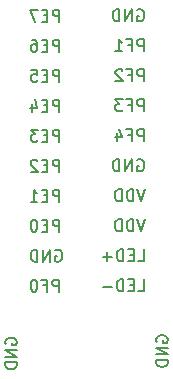
<source format=gbr>
%TF.GenerationSoftware,KiCad,Pcbnew,(5.1.7)-1*%
%TF.CreationDate,2021-02-13T22:19:47+01:00*%
%TF.ProjectId,breakout_longlcd,62726561-6b6f-4757-945f-6c6f6e676c63,rev?*%
%TF.SameCoordinates,Original*%
%TF.FileFunction,Legend,Bot*%
%TF.FilePolarity,Positive*%
%FSLAX46Y46*%
G04 Gerber Fmt 4.6, Leading zero omitted, Abs format (unit mm)*
G04 Created by KiCad (PCBNEW (5.1.7)-1) date 2021-02-13 22:19:47*
%MOMM*%
%LPD*%
G01*
G04 APERTURE LIST*
%ADD10C,0.150000*%
G04 APERTURE END LIST*
D10*
X145499842Y-83230980D02*
X145499842Y-82230980D01*
X145118890Y-82230980D01*
X145023652Y-82278600D01*
X144976033Y-82326219D01*
X144928414Y-82421457D01*
X144928414Y-82564314D01*
X144976033Y-82659552D01*
X145023652Y-82707171D01*
X145118890Y-82754790D01*
X145499842Y-82754790D01*
X144166509Y-82707171D02*
X144499842Y-82707171D01*
X144499842Y-83230980D02*
X144499842Y-82230980D01*
X144023652Y-82230980D01*
X143118890Y-83230980D02*
X143690318Y-83230980D01*
X143404604Y-83230980D02*
X143404604Y-82230980D01*
X143499842Y-82373838D01*
X143595080Y-82469076D01*
X143690318Y-82516695D01*
X144976033Y-79738600D02*
X145071271Y-79690980D01*
X145214128Y-79690980D01*
X145356985Y-79738600D01*
X145452223Y-79833838D01*
X145499842Y-79929076D01*
X145547461Y-80119552D01*
X145547461Y-80262409D01*
X145499842Y-80452885D01*
X145452223Y-80548123D01*
X145356985Y-80643361D01*
X145214128Y-80690980D01*
X145118890Y-80690980D01*
X144976033Y-80643361D01*
X144928414Y-80595742D01*
X144928414Y-80262409D01*
X145118890Y-80262409D01*
X144499842Y-80690980D02*
X144499842Y-79690980D01*
X143928414Y-80690980D01*
X143928414Y-79690980D01*
X143452223Y-80690980D02*
X143452223Y-79690980D01*
X143214128Y-79690980D01*
X143071271Y-79738600D01*
X142976033Y-79833838D01*
X142928414Y-79929076D01*
X142880795Y-80119552D01*
X142880795Y-80262409D01*
X142928414Y-80452885D01*
X142976033Y-80548123D01*
X143071271Y-80643361D01*
X143214128Y-80690980D01*
X143452223Y-80690980D01*
X145499842Y-88310980D02*
X145499842Y-87310980D01*
X145118890Y-87310980D01*
X145023652Y-87358600D01*
X144976033Y-87406219D01*
X144928414Y-87501457D01*
X144928414Y-87644314D01*
X144976033Y-87739552D01*
X145023652Y-87787171D01*
X145118890Y-87834790D01*
X145499842Y-87834790D01*
X144166509Y-87787171D02*
X144499842Y-87787171D01*
X144499842Y-88310980D02*
X144499842Y-87310980D01*
X144023652Y-87310980D01*
X143737937Y-87310980D02*
X143118890Y-87310980D01*
X143452223Y-87691933D01*
X143309366Y-87691933D01*
X143214128Y-87739552D01*
X143166509Y-87787171D01*
X143118890Y-87882409D01*
X143118890Y-88120504D01*
X143166509Y-88215742D01*
X143214128Y-88263361D01*
X143309366Y-88310980D01*
X143595080Y-88310980D01*
X143690318Y-88263361D01*
X143737937Y-88215742D01*
X145499842Y-85770980D02*
X145499842Y-84770980D01*
X145118890Y-84770980D01*
X145023652Y-84818600D01*
X144976033Y-84866219D01*
X144928414Y-84961457D01*
X144928414Y-85104314D01*
X144976033Y-85199552D01*
X145023652Y-85247171D01*
X145118890Y-85294790D01*
X145499842Y-85294790D01*
X144166509Y-85247171D02*
X144499842Y-85247171D01*
X144499842Y-85770980D02*
X144499842Y-84770980D01*
X144023652Y-84770980D01*
X143690318Y-84866219D02*
X143642699Y-84818600D01*
X143547461Y-84770980D01*
X143309366Y-84770980D01*
X143214128Y-84818600D01*
X143166509Y-84866219D01*
X143118890Y-84961457D01*
X143118890Y-85056695D01*
X143166509Y-85199552D01*
X143737937Y-85770980D01*
X143118890Y-85770980D01*
X146616800Y-107852785D02*
X146569180Y-107757547D01*
X146569180Y-107614690D01*
X146616800Y-107471833D01*
X146712038Y-107376595D01*
X146807276Y-107328976D01*
X146997752Y-107281357D01*
X147140609Y-107281357D01*
X147331085Y-107328976D01*
X147426323Y-107376595D01*
X147521561Y-107471833D01*
X147569180Y-107614690D01*
X147569180Y-107709928D01*
X147521561Y-107852785D01*
X147473942Y-107900404D01*
X147140609Y-107900404D01*
X147140609Y-107709928D01*
X147569180Y-108328976D02*
X146569180Y-108328976D01*
X147569180Y-108900404D01*
X146569180Y-108900404D01*
X147569180Y-109376595D02*
X146569180Y-109376595D01*
X146569180Y-109614690D01*
X146616800Y-109757547D01*
X146712038Y-109852785D01*
X146807276Y-109900404D01*
X146997752Y-109948023D01*
X147140609Y-109948023D01*
X147331085Y-109900404D01*
X147426323Y-109852785D01*
X147521561Y-109757547D01*
X147569180Y-109614690D01*
X147569180Y-109376595D01*
X145023652Y-103550980D02*
X145499842Y-103550980D01*
X145499842Y-102550980D01*
X144690318Y-103027171D02*
X144356985Y-103027171D01*
X144214128Y-103550980D02*
X144690318Y-103550980D01*
X144690318Y-102550980D01*
X144214128Y-102550980D01*
X143785557Y-103550980D02*
X143785557Y-102550980D01*
X143547461Y-102550980D01*
X143404604Y-102598600D01*
X143309366Y-102693838D01*
X143261747Y-102789076D01*
X143214128Y-102979552D01*
X143214128Y-103122409D01*
X143261747Y-103312885D01*
X143309366Y-103408123D01*
X143404604Y-103503361D01*
X143547461Y-103550980D01*
X143785557Y-103550980D01*
X142785557Y-103170028D02*
X142023652Y-103170028D01*
X145642699Y-97470980D02*
X145309366Y-98470980D01*
X144976033Y-97470980D01*
X144642699Y-98470980D02*
X144642699Y-97470980D01*
X144404604Y-97470980D01*
X144261747Y-97518600D01*
X144166509Y-97613838D01*
X144118890Y-97709076D01*
X144071271Y-97899552D01*
X144071271Y-98042409D01*
X144118890Y-98232885D01*
X144166509Y-98328123D01*
X144261747Y-98423361D01*
X144404604Y-98470980D01*
X144642699Y-98470980D01*
X143642699Y-98470980D02*
X143642699Y-97470980D01*
X143404604Y-97470980D01*
X143261747Y-97518600D01*
X143166509Y-97613838D01*
X143118890Y-97709076D01*
X143071271Y-97899552D01*
X143071271Y-98042409D01*
X143118890Y-98232885D01*
X143166509Y-98328123D01*
X143261747Y-98423361D01*
X143404604Y-98470980D01*
X143642699Y-98470980D01*
X145023652Y-101010980D02*
X145499842Y-101010980D01*
X145499842Y-100010980D01*
X144690318Y-100487171D02*
X144356985Y-100487171D01*
X144214128Y-101010980D02*
X144690318Y-101010980D01*
X144690318Y-100010980D01*
X144214128Y-100010980D01*
X143785557Y-101010980D02*
X143785557Y-100010980D01*
X143547461Y-100010980D01*
X143404604Y-100058600D01*
X143309366Y-100153838D01*
X143261747Y-100249076D01*
X143214128Y-100439552D01*
X143214128Y-100582409D01*
X143261747Y-100772885D01*
X143309366Y-100868123D01*
X143404604Y-100963361D01*
X143547461Y-101010980D01*
X143785557Y-101010980D01*
X142785557Y-100630028D02*
X142023652Y-100630028D01*
X142404604Y-101010980D02*
X142404604Y-100249076D01*
X145642699Y-94930980D02*
X145309366Y-95930980D01*
X144976033Y-94930980D01*
X144642699Y-95930980D02*
X144642699Y-94930980D01*
X144404604Y-94930980D01*
X144261747Y-94978600D01*
X144166509Y-95073838D01*
X144118890Y-95169076D01*
X144071271Y-95359552D01*
X144071271Y-95502409D01*
X144118890Y-95692885D01*
X144166509Y-95788123D01*
X144261747Y-95883361D01*
X144404604Y-95930980D01*
X144642699Y-95930980D01*
X143642699Y-95930980D02*
X143642699Y-94930980D01*
X143404604Y-94930980D01*
X143261747Y-94978600D01*
X143166509Y-95073838D01*
X143118890Y-95169076D01*
X143071271Y-95359552D01*
X143071271Y-95502409D01*
X143118890Y-95692885D01*
X143166509Y-95788123D01*
X143261747Y-95883361D01*
X143404604Y-95930980D01*
X143642699Y-95930980D01*
X144976033Y-92438600D02*
X145071271Y-92390980D01*
X145214128Y-92390980D01*
X145356985Y-92438600D01*
X145452223Y-92533838D01*
X145499842Y-92629076D01*
X145547461Y-92819552D01*
X145547461Y-92962409D01*
X145499842Y-93152885D01*
X145452223Y-93248123D01*
X145356985Y-93343361D01*
X145214128Y-93390980D01*
X145118890Y-93390980D01*
X144976033Y-93343361D01*
X144928414Y-93295742D01*
X144928414Y-92962409D01*
X145118890Y-92962409D01*
X144499842Y-93390980D02*
X144499842Y-92390980D01*
X143928414Y-93390980D01*
X143928414Y-92390980D01*
X143452223Y-93390980D02*
X143452223Y-92390980D01*
X143214128Y-92390980D01*
X143071271Y-92438600D01*
X142976033Y-92533838D01*
X142928414Y-92629076D01*
X142880795Y-92819552D01*
X142880795Y-92962409D01*
X142928414Y-93152885D01*
X142976033Y-93248123D01*
X143071271Y-93343361D01*
X143214128Y-93390980D01*
X143452223Y-93390980D01*
X145499842Y-90850980D02*
X145499842Y-89850980D01*
X145118890Y-89850980D01*
X145023652Y-89898600D01*
X144976033Y-89946219D01*
X144928414Y-90041457D01*
X144928414Y-90184314D01*
X144976033Y-90279552D01*
X145023652Y-90327171D01*
X145118890Y-90374790D01*
X145499842Y-90374790D01*
X144166509Y-90327171D02*
X144499842Y-90327171D01*
X144499842Y-90850980D02*
X144499842Y-89850980D01*
X144023652Y-89850980D01*
X143214128Y-90184314D02*
X143214128Y-90850980D01*
X143452223Y-89803361D02*
X143690318Y-90517647D01*
X143071271Y-90517647D01*
X133815200Y-108047404D02*
X133767580Y-107952166D01*
X133767580Y-107809309D01*
X133815200Y-107666452D01*
X133910438Y-107571214D01*
X134005676Y-107523595D01*
X134196152Y-107475976D01*
X134339009Y-107475976D01*
X134529485Y-107523595D01*
X134624723Y-107571214D01*
X134719961Y-107666452D01*
X134767580Y-107809309D01*
X134767580Y-107904547D01*
X134719961Y-108047404D01*
X134672342Y-108095023D01*
X134339009Y-108095023D01*
X134339009Y-107904547D01*
X134767580Y-108523595D02*
X133767580Y-108523595D01*
X134767580Y-109095023D01*
X133767580Y-109095023D01*
X134767580Y-109571214D02*
X133767580Y-109571214D01*
X133767580Y-109809309D01*
X133815200Y-109952166D01*
X133910438Y-110047404D01*
X134005676Y-110095023D01*
X134196152Y-110142642D01*
X134339009Y-110142642D01*
X134529485Y-110095023D01*
X134624723Y-110047404D01*
X134719961Y-109952166D01*
X134767580Y-109809309D01*
X134767580Y-109571214D01*
X138363861Y-93416380D02*
X138363861Y-92416380D01*
X137982909Y-92416380D01*
X137887671Y-92464000D01*
X137840052Y-92511619D01*
X137792433Y-92606857D01*
X137792433Y-92749714D01*
X137840052Y-92844952D01*
X137887671Y-92892571D01*
X137982909Y-92940190D01*
X138363861Y-92940190D01*
X137363861Y-92892571D02*
X137030528Y-92892571D01*
X136887671Y-93416380D02*
X137363861Y-93416380D01*
X137363861Y-92416380D01*
X136887671Y-92416380D01*
X136506718Y-92511619D02*
X136459099Y-92464000D01*
X136363861Y-92416380D01*
X136125766Y-92416380D01*
X136030528Y-92464000D01*
X135982909Y-92511619D01*
X135935290Y-92606857D01*
X135935290Y-92702095D01*
X135982909Y-92844952D01*
X136554337Y-93416380D01*
X135935290Y-93416380D01*
X138363861Y-88336380D02*
X138363861Y-87336380D01*
X137982909Y-87336380D01*
X137887671Y-87384000D01*
X137840052Y-87431619D01*
X137792433Y-87526857D01*
X137792433Y-87669714D01*
X137840052Y-87764952D01*
X137887671Y-87812571D01*
X137982909Y-87860190D01*
X138363861Y-87860190D01*
X137363861Y-87812571D02*
X137030528Y-87812571D01*
X136887671Y-88336380D02*
X137363861Y-88336380D01*
X137363861Y-87336380D01*
X136887671Y-87336380D01*
X136030528Y-87669714D02*
X136030528Y-88336380D01*
X136268623Y-87288761D02*
X136506718Y-88003047D01*
X135887671Y-88003047D01*
X138363861Y-83256380D02*
X138363861Y-82256380D01*
X137982909Y-82256380D01*
X137887671Y-82304000D01*
X137840052Y-82351619D01*
X137792433Y-82446857D01*
X137792433Y-82589714D01*
X137840052Y-82684952D01*
X137887671Y-82732571D01*
X137982909Y-82780190D01*
X138363861Y-82780190D01*
X137363861Y-82732571D02*
X137030528Y-82732571D01*
X136887671Y-83256380D02*
X137363861Y-83256380D01*
X137363861Y-82256380D01*
X136887671Y-82256380D01*
X136030528Y-82256380D02*
X136221004Y-82256380D01*
X136316242Y-82304000D01*
X136363861Y-82351619D01*
X136459099Y-82494476D01*
X136506718Y-82684952D01*
X136506718Y-83065904D01*
X136459099Y-83161142D01*
X136411480Y-83208761D01*
X136316242Y-83256380D01*
X136125766Y-83256380D01*
X136030528Y-83208761D01*
X135982909Y-83161142D01*
X135935290Y-83065904D01*
X135935290Y-82827809D01*
X135982909Y-82732571D01*
X136030528Y-82684952D01*
X136125766Y-82637333D01*
X136316242Y-82637333D01*
X136411480Y-82684952D01*
X136459099Y-82732571D01*
X136506718Y-82827809D01*
X138316242Y-103576380D02*
X138316242Y-102576380D01*
X137935290Y-102576380D01*
X137840052Y-102624000D01*
X137792433Y-102671619D01*
X137744814Y-102766857D01*
X137744814Y-102909714D01*
X137792433Y-103004952D01*
X137840052Y-103052571D01*
X137935290Y-103100190D01*
X138316242Y-103100190D01*
X136982909Y-103052571D02*
X137316242Y-103052571D01*
X137316242Y-103576380D02*
X137316242Y-102576380D01*
X136840052Y-102576380D01*
X136268623Y-102576380D02*
X136173385Y-102576380D01*
X136078147Y-102624000D01*
X136030528Y-102671619D01*
X135982909Y-102766857D01*
X135935290Y-102957333D01*
X135935290Y-103195428D01*
X135982909Y-103385904D01*
X136030528Y-103481142D01*
X136078147Y-103528761D01*
X136173385Y-103576380D01*
X136268623Y-103576380D01*
X136363861Y-103528761D01*
X136411480Y-103481142D01*
X136459099Y-103385904D01*
X136506718Y-103195428D01*
X136506718Y-102957333D01*
X136459099Y-102766857D01*
X136411480Y-102671619D01*
X136363861Y-102624000D01*
X136268623Y-102576380D01*
X138030528Y-100084000D02*
X138125766Y-100036380D01*
X138268623Y-100036380D01*
X138411480Y-100084000D01*
X138506718Y-100179238D01*
X138554337Y-100274476D01*
X138601956Y-100464952D01*
X138601956Y-100607809D01*
X138554337Y-100798285D01*
X138506718Y-100893523D01*
X138411480Y-100988761D01*
X138268623Y-101036380D01*
X138173385Y-101036380D01*
X138030528Y-100988761D01*
X137982909Y-100941142D01*
X137982909Y-100607809D01*
X138173385Y-100607809D01*
X137554337Y-101036380D02*
X137554337Y-100036380D01*
X136982909Y-101036380D01*
X136982909Y-100036380D01*
X136506718Y-101036380D02*
X136506718Y-100036380D01*
X136268623Y-100036380D01*
X136125766Y-100084000D01*
X136030528Y-100179238D01*
X135982909Y-100274476D01*
X135935290Y-100464952D01*
X135935290Y-100607809D01*
X135982909Y-100798285D01*
X136030528Y-100893523D01*
X136125766Y-100988761D01*
X136268623Y-101036380D01*
X136506718Y-101036380D01*
X138363861Y-90876380D02*
X138363861Y-89876380D01*
X137982909Y-89876380D01*
X137887671Y-89924000D01*
X137840052Y-89971619D01*
X137792433Y-90066857D01*
X137792433Y-90209714D01*
X137840052Y-90304952D01*
X137887671Y-90352571D01*
X137982909Y-90400190D01*
X138363861Y-90400190D01*
X137363861Y-90352571D02*
X137030528Y-90352571D01*
X136887671Y-90876380D02*
X137363861Y-90876380D01*
X137363861Y-89876380D01*
X136887671Y-89876380D01*
X136554337Y-89876380D02*
X135935290Y-89876380D01*
X136268623Y-90257333D01*
X136125766Y-90257333D01*
X136030528Y-90304952D01*
X135982909Y-90352571D01*
X135935290Y-90447809D01*
X135935290Y-90685904D01*
X135982909Y-90781142D01*
X136030528Y-90828761D01*
X136125766Y-90876380D01*
X136411480Y-90876380D01*
X136506718Y-90828761D01*
X136554337Y-90781142D01*
X138363861Y-80716380D02*
X138363861Y-79716380D01*
X137982909Y-79716380D01*
X137887671Y-79764000D01*
X137840052Y-79811619D01*
X137792433Y-79906857D01*
X137792433Y-80049714D01*
X137840052Y-80144952D01*
X137887671Y-80192571D01*
X137982909Y-80240190D01*
X138363861Y-80240190D01*
X137363861Y-80192571D02*
X137030528Y-80192571D01*
X136887671Y-80716380D02*
X137363861Y-80716380D01*
X137363861Y-79716380D01*
X136887671Y-79716380D01*
X136554337Y-79716380D02*
X135887671Y-79716380D01*
X136316242Y-80716380D01*
X138363861Y-95956380D02*
X138363861Y-94956380D01*
X137982909Y-94956380D01*
X137887671Y-95004000D01*
X137840052Y-95051619D01*
X137792433Y-95146857D01*
X137792433Y-95289714D01*
X137840052Y-95384952D01*
X137887671Y-95432571D01*
X137982909Y-95480190D01*
X138363861Y-95480190D01*
X137363861Y-95432571D02*
X137030528Y-95432571D01*
X136887671Y-95956380D02*
X137363861Y-95956380D01*
X137363861Y-94956380D01*
X136887671Y-94956380D01*
X135935290Y-95956380D02*
X136506718Y-95956380D01*
X136221004Y-95956380D02*
X136221004Y-94956380D01*
X136316242Y-95099238D01*
X136411480Y-95194476D01*
X136506718Y-95242095D01*
X138363861Y-85796380D02*
X138363861Y-84796380D01*
X137982909Y-84796380D01*
X137887671Y-84844000D01*
X137840052Y-84891619D01*
X137792433Y-84986857D01*
X137792433Y-85129714D01*
X137840052Y-85224952D01*
X137887671Y-85272571D01*
X137982909Y-85320190D01*
X138363861Y-85320190D01*
X137363861Y-85272571D02*
X137030528Y-85272571D01*
X136887671Y-85796380D02*
X137363861Y-85796380D01*
X137363861Y-84796380D01*
X136887671Y-84796380D01*
X135982909Y-84796380D02*
X136459099Y-84796380D01*
X136506718Y-85272571D01*
X136459099Y-85224952D01*
X136363861Y-85177333D01*
X136125766Y-85177333D01*
X136030528Y-85224952D01*
X135982909Y-85272571D01*
X135935290Y-85367809D01*
X135935290Y-85605904D01*
X135982909Y-85701142D01*
X136030528Y-85748761D01*
X136125766Y-85796380D01*
X136363861Y-85796380D01*
X136459099Y-85748761D01*
X136506718Y-85701142D01*
X138363861Y-98496380D02*
X138363861Y-97496380D01*
X137982909Y-97496380D01*
X137887671Y-97544000D01*
X137840052Y-97591619D01*
X137792433Y-97686857D01*
X137792433Y-97829714D01*
X137840052Y-97924952D01*
X137887671Y-97972571D01*
X137982909Y-98020190D01*
X138363861Y-98020190D01*
X137363861Y-97972571D02*
X137030528Y-97972571D01*
X136887671Y-98496380D02*
X137363861Y-98496380D01*
X137363861Y-97496380D01*
X136887671Y-97496380D01*
X136268623Y-97496380D02*
X136173385Y-97496380D01*
X136078147Y-97544000D01*
X136030528Y-97591619D01*
X135982909Y-97686857D01*
X135935290Y-97877333D01*
X135935290Y-98115428D01*
X135982909Y-98305904D01*
X136030528Y-98401142D01*
X136078147Y-98448761D01*
X136173385Y-98496380D01*
X136268623Y-98496380D01*
X136363861Y-98448761D01*
X136411480Y-98401142D01*
X136459099Y-98305904D01*
X136506718Y-98115428D01*
X136506718Y-97877333D01*
X136459099Y-97686857D01*
X136411480Y-97591619D01*
X136363861Y-97544000D01*
X136268623Y-97496380D01*
M02*

</source>
